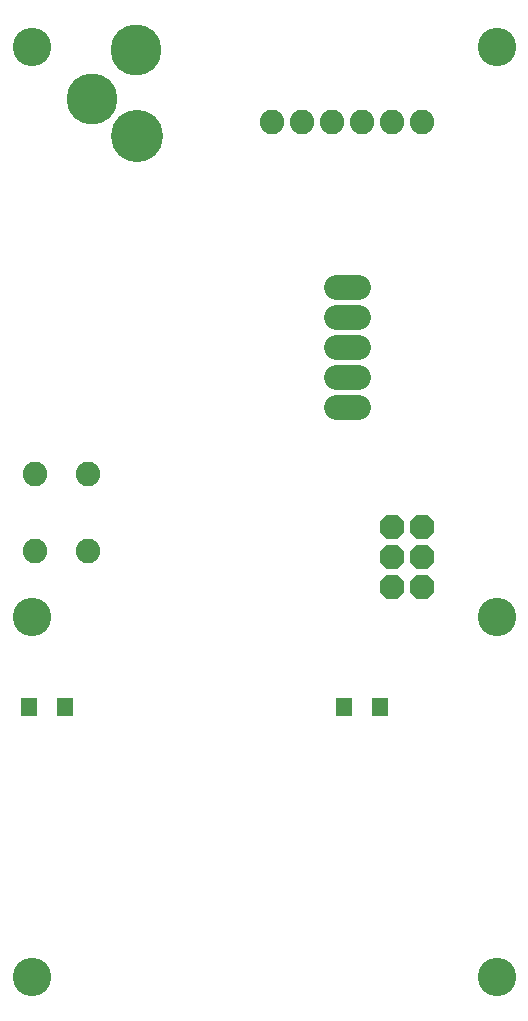
<source format=gts>
G75*
G70*
%OFA0B0*%
%FSLAX24Y24*%
%IPPOS*%
%LPD*%
%AMOC8*
5,1,8,0,0,1.08239X$1,22.5*
%
%ADD10C,0.1740*%
%ADD11C,0.1700*%
%ADD12C,0.0820*%
%ADD13OC8,0.0820*%
%ADD14R,0.0552X0.0631*%
%ADD15C,0.1280*%
%ADD16C,0.0820*%
D10*
X005160Y029696D03*
D11*
X003679Y030947D03*
X005150Y032579D03*
D12*
X009660Y030160D03*
X010660Y030160D03*
X011660Y030160D03*
X012660Y030160D03*
X013660Y030160D03*
X014660Y030160D03*
X003550Y018440D03*
X003550Y015880D03*
X001770Y015880D03*
X001770Y018440D03*
D13*
X013660Y016660D03*
X013660Y015660D03*
X013660Y014660D03*
X014660Y014660D03*
X014660Y015660D03*
X014660Y016660D03*
D14*
X013251Y010660D03*
X012069Y010660D03*
X002751Y010660D03*
X001569Y010660D03*
D15*
X001660Y001660D03*
X001660Y013660D03*
X001660Y032660D03*
X017160Y032660D03*
X017160Y013660D03*
X017160Y001660D03*
D16*
X012530Y020660D02*
X011790Y020660D01*
X011790Y021660D02*
X012530Y021660D01*
X012530Y022660D02*
X011790Y022660D01*
X011790Y023660D02*
X012530Y023660D01*
X012530Y024660D02*
X011790Y024660D01*
M02*

</source>
